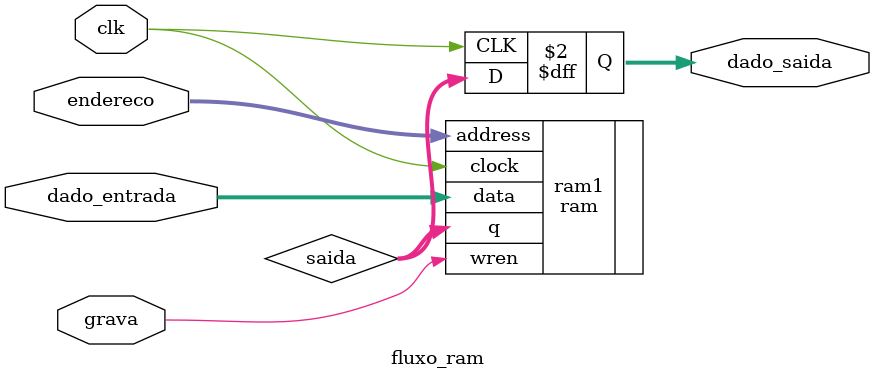
<source format=v>
module fluxo_ram(
    input clk,
    input [7:0] endereco,         // Endereço de 8 bits (endereça de 0 a 127)
    input [8:0] dado_entrada,     // Dado de entrada
    input grava,                  // Grava com 1 e Lê com 0.
    output reg [8:0] dado_saida   // Dado de saída (9 bits)
);
wire [8:0] saida;

    ram ram1(
        .address(endereco),
        .clock(clk),
        .data(dado_entrada),
        .wren(grava),
        .q(saida)
    );

always@(posedge clk) begin
	dado_saida <= saida[8:0];
end
	 
endmodule
</source>
